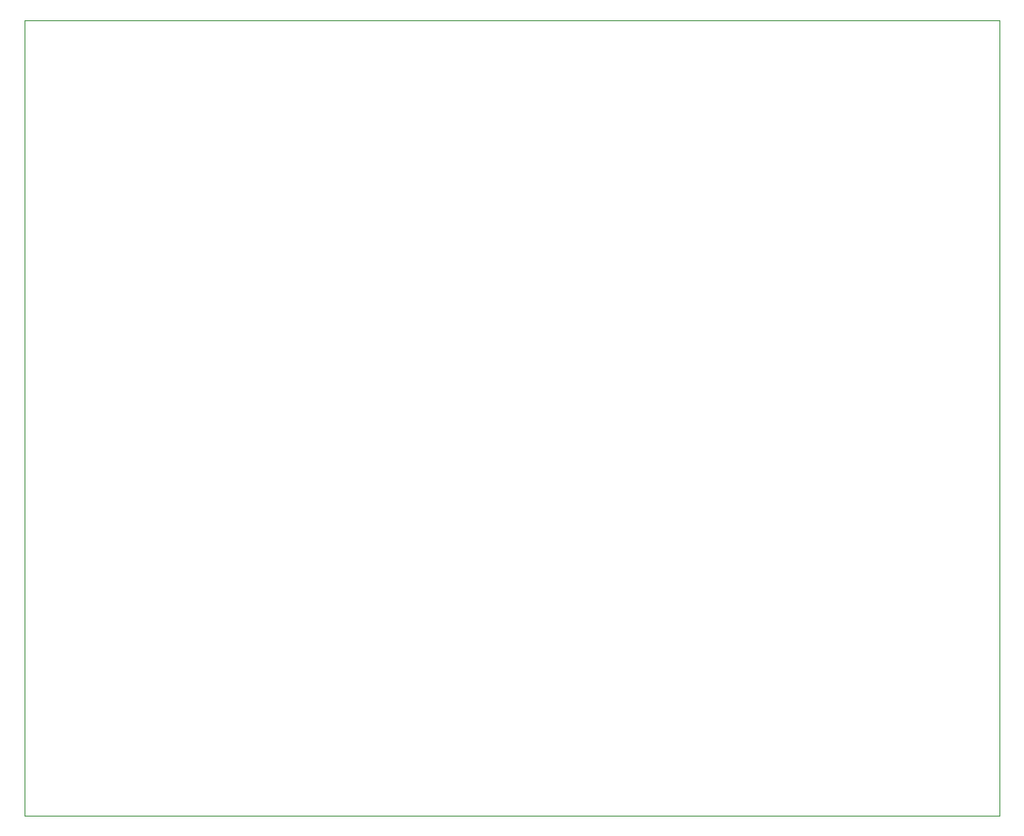
<source format=gbr>
%TF.GenerationSoftware,KiCad,Pcbnew,7.0.6*%
%TF.CreationDate,2023-09-04T20:16:31+02:00*%
%TF.ProjectId,LAS_V2,4c41535f-5632-42e6-9b69-6361645f7063,rev?*%
%TF.SameCoordinates,Original*%
%TF.FileFunction,Profile,NP*%
%FSLAX46Y46*%
G04 Gerber Fmt 4.6, Leading zero omitted, Abs format (unit mm)*
G04 Created by KiCad (PCBNEW 7.0.6) date 2023-09-04 20:16:31*
%MOMM*%
%LPD*%
G01*
G04 APERTURE LIST*
%TA.AperFunction,Profile*%
%ADD10C,0.100000*%
%TD*%
G04 APERTURE END LIST*
D10*
X107500000Y-69510000D02*
X205000000Y-69510000D01*
X205000000Y-149100000D01*
X107500000Y-149100000D01*
X107500000Y-69510000D01*
M02*

</source>
